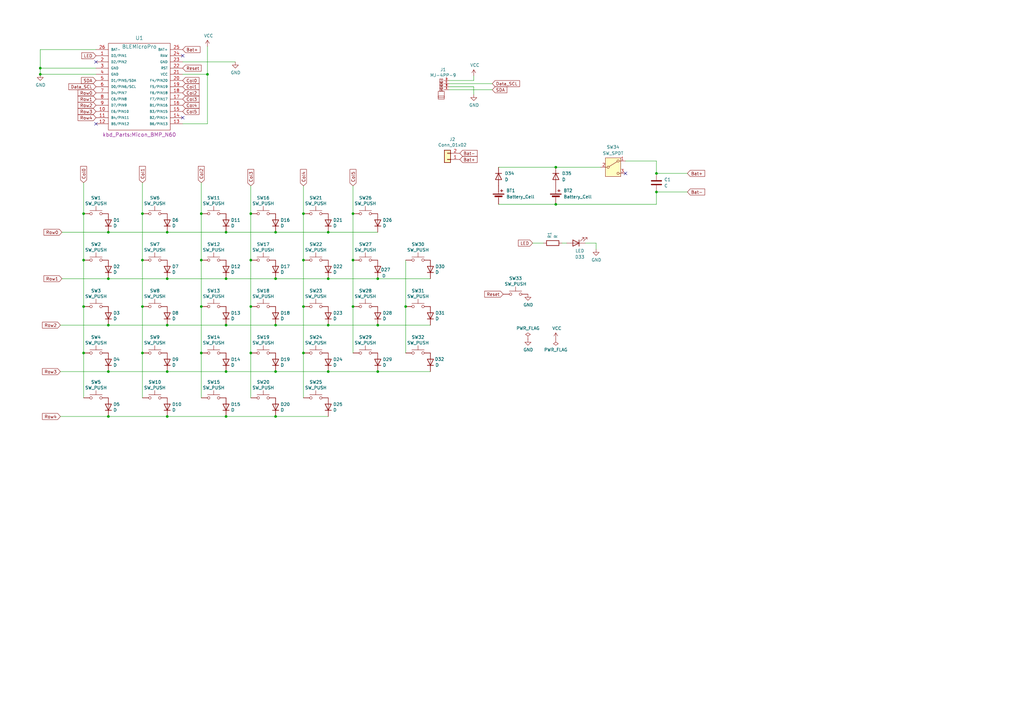
<source format=kicad_sch>
(kicad_sch (version 20250114) (generator "eeschema") (generator_version "9.0")
  (paper "A3")
  (lib_symbols
    (symbol "Connector_Generic:Conn_01x02" (pin_names (offset 1.016) (hide yes))
      (property "Reference" "J" (at 0 2.54 0))
      (property "Value" "Conn_01x02" (at 0 -5.08 0))
      (symbol "Conn_01x02_1_1"
        (rectangle (start -1.27 1.27) (end 1.27 -3.81) (stroke (width 0.254)) (fill (type background)))
        (rectangle (start -1.27 0.127) (end 0 -0.127) (stroke (width 0.1524)))
        (rectangle (start -1.27 -2.413) (end 0 -2.667) (stroke (width 0.1524)))
        (pin passive line (at -5.08 0 0) (length 3.81) (name "Pin_1") (number "1"))
        (pin passive line (at -5.08 -2.54 0) (length 3.81) (name "Pin_2") (number "2"))
      )
    )
    (symbol "D_1" (pin_numbers (hide yes)) (pin_names (offset 1.016) (hide yes))
      (property "Reference" "D" (at 0 2.54 0))
      (property "Value" "D" (at 0 -2.54 0))
      (symbol "D_1_0_1"
        (polyline (pts (xy -1.27 1.27) (xy -1.27 -1.27)) (stroke (width 0.254)))
        (polyline (pts (xy 1.27 1.27) (xy 1.27 -1.27) (xy -1.27 0) (xy 1.27 1.27)) (stroke (width 0.254)))
        (polyline (pts (xy 1.27 0) (xy -1.27 0)))
      )
      (symbol "D_1_1_1"
        (pin passive line (at -3.81 0 0) (length 2.54) (name "K") (number "1"))
        (pin passive line (at 3.81 0 180) (length 2.54) (name "A") (number "2"))
      )
    )
    (symbol "Device:Battery_Cell" (pin_numbers (hide yes)) (pin_names (offset 0) (hide yes))
      (property "Reference" "BT" (at 2.54 2.54 0))
      (property "Value" "Battery_Cell" (at 2.54 0 0))
      (symbol "Battery_Cell_0_1"
        (rectangle (start -2.286 1.778) (end 2.286 1.524) (fill (type outline)))
        (rectangle (start -1.524 1.016) (end 1.524 0.508) (fill (type outline)))
        (polyline (pts (xy 0 1.778) (xy 0 2.54)))
        (polyline (pts (xy 0 0.762) (xy 0 0)))
        (polyline (pts (xy 0.762 3.048) (xy 1.778 3.048)) (stroke (width 0.254)))
        (polyline (pts (xy 1.27 3.556) (xy 1.27 2.54)) (stroke (width 0.254)))
      )
      (symbol "Battery_Cell_1_1"
        (pin passive line (at 0 5.08 270) (length 2.54) (name "+") (number "1"))
        (pin passive line (at 0 -2.54 90) (length 2.54) (name "-") (number "2"))
      )
    )
    (symbol "Device:C" (pin_numbers (hide yes)) (pin_names (offset 0.254))
      (property "Reference" "C" (at 0.635 2.54 0))
      (property "Value" "C" (at 0.635 -2.54 0))
      (symbol "C_0_1"
        (polyline (pts (xy -2.032 0.762) (xy 2.032 0.762)) (stroke (width 0.508)))
        (polyline (pts (xy -2.032 -0.762) (xy 2.032 -0.762)) (stroke (width 0.508)))
      )
      (symbol "C_1_1"
        (pin passive line (at 0 3.81 270) (length 2.794) (name "~") (number "1"))
        (pin passive line (at 0 -3.81 90) (length 2.794) (name "~") (number "2"))
      )
    )
    (symbol "Device:D" (pin_numbers (hide yes)) (pin_names (offset 1.016) (hide yes))
      (property "Reference" "D" (at 0 2.54 0))
      (property "Value" "D" (at 0 -2.54 0))
      (symbol "D_0_1"
        (polyline (pts (xy -1.27 1.27) (xy -1.27 -1.27)) (stroke (width 0.254)))
        (polyline (pts (xy 1.27 1.27) (xy 1.27 -1.27) (xy -1.27 0) (xy 1.27 1.27)) (stroke (width 0.254)))
        (polyline (pts (xy 1.27 0) (xy -1.27 0)))
      )
      (symbol "D_1_1"
        (pin passive line (at -3.81 0 0) (length 2.54) (name "K") (number "1"))
        (pin passive line (at 3.81 0 180) (length 2.54) (name "A") (number "2"))
      )
    )
    (symbol "Device:LED" (pin_numbers (hide yes)) (pin_names (offset 1.016) (hide yes))
      (property "Reference" "D" (at 0 2.54 0))
      (property "Value" "LED" (at 0 -2.54 0))
      (symbol "LED_0_1"
        (polyline (pts (xy -3.048 -0.762) (xy -4.572 -2.286) (xy -3.81 -2.286) (xy -4.572 -2.286) (xy -4.572 -1.524)))
        (polyline (pts (xy -1.778 -0.762) (xy -3.302 -2.286) (xy -2.54 -2.286) (xy -3.302 -2.286) (xy -3.302 -1.524)))
        (polyline (pts (xy -1.27 0) (xy 1.27 0)))
        (polyline (pts (xy -1.27 -1.27) (xy -1.27 1.27)) (stroke (width 0.254)))
        (polyline (pts (xy 1.27 -1.27) (xy 1.27 1.27) (xy -1.27 0) (xy 1.27 -1.27)) (stroke (width 0.254)))
      )
      (symbol "LED_1_1"
        (pin passive line (at -3.81 0 0) (length 2.54) (name "K") (number "1"))
        (pin passive line (at 3.81 0 180) (length 2.54) (name "A") (number "2"))
      )
    )
    (symbol "Device:R" (pin_numbers (hide yes)) (pin_names (offset 0))
      (property "Reference" "R" (at 2.032 0 90))
      (property "Value" "R" (at 0 0 90))
      (symbol "R_0_1"
        (rectangle (start -1.016 -2.54) (end 1.016 2.54) (stroke (width 0.254)))
      )
      (symbol "R_1_1"
        (pin passive line (at 0 3.81 270) (length 1.27) (name "~") (number "1"))
        (pin passive line (at 0 -3.81 90) (length 1.27) (name "~") (number "2"))
      )
    )
    (symbol "Salicylic_kbd:Micon_BLEMicroPro" (pin_names (offset 1.016))
      (property "Reference" "U" (at 0 26.67 0))
      (property "Value" "Micon_BLEMicroPro" (at 0 -13.97 0))
      (symbol "Micon_BLEMicroPro_0_1"
        (rectangle (start 12.7 24.13) (end -12.7 -11.43))
      )
      (symbol "Micon_BLEMicroPro_1_1"
        (pin input line (at -17.78 21.59 0) (length 5.08) (name "BAT-") (number "26"))
        (pin bidirectional line (at -17.78 19.05 0) (length 5.08) (name "D3/PIN1") (number "1"))
        (pin bidirectional line (at -17.78 16.51 0) (length 5.08) (name "D2/PIN2") (number "2"))
        (pin power_in line (at -17.78 13.97 0) (length 5.08) (name "GND") (number "3"))
        (pin power_in line (at -17.78 11.43 0) (length 5.08) (name "GND") (number "4"))
        (pin bidirectional line (at -17.78 8.89 0) (length 5.08) (name "D1/PIN5/SDA") (number "5"))
        (pin bidirectional line (at -17.78 6.35 0) (length 5.08) (name "D0/PIN6/SCL") (number "6"))
        (pin bidirectional line (at -17.78 3.81 0) (length 5.08) (name "D4/PIN7") (number "7"))
        (pin bidirectional line (at -17.78 1.27 0) (length 5.08) (name "C6/PIN8") (number "8"))
        (pin bidirectional line (at -17.78 -1.27 0) (length 5.08) (name "D7/PIN9") (number "9"))
        (pin bidirectional line (at -17.78 -3.81 0) (length 5.08) (name "E6/PIN10") (number "10"))
        (pin bidirectional line (at -17.78 -6.35 0) (length 5.08) (name "B4/PIN11") (number "11"))
        (pin bidirectional line (at -17.78 -8.89 0) (length 5.08) (name "B5/PIN12") (number "12"))
        (pin input line (at 17.78 21.59 180) (length 5.08) (name "BAT+") (number "25"))
        (pin power_out line (at 17.78 19.05 180) (length 5.08) (name "RAW") (number "24"))
        (pin power_in line (at 17.78 16.51 180) (length 5.08) (name "GND") (number "23"))
        (pin input line (at 17.78 13.97 180) (length 5.08) (name "RST") (number "22"))
        (pin power_in line (at 17.78 11.43 180) (length 5.08) (name "VCC") (number "21"))
        (pin bidirectional line (at 17.78 8.89 180) (length 5.08) (name "F4/PIN20") (number "20"))
        (pin bidirectional line (at 17.78 6.35 180) (length 5.08) (name "F5/PIN19") (number "19"))
        (pin bidirectional line (at 17.78 3.81 180) (length 5.08) (name "F6/PIN18") (number "18"))
        (pin bidirectional line (at 17.78 1.27 180) (length 5.08) (name "F7/PIN17") (number "17"))
        (pin bidirectional line (at 17.78 -1.27 180) (length 5.08) (name "B1/PIN16") (number "16"))
        (pin bidirectional line (at 17.78 -3.81 180) (length 5.08) (name "B3/PIN15") (number "15"))
        (pin bidirectional line (at 17.78 -6.35 180) (length 5.08) (name "B2/PIN14") (number "14"))
        (pin bidirectional line (at 17.78 -8.89 180) (length 5.08) (name "B6/PIN13") (number "13"))
      )
    )
    (symbol "Salicylic_kbd:TRRS_MJ-4PP-9" (pin_names (offset 1.016))
      (property "Reference" "J" (at 0 5.08 0))
      (property "Value" "TRRS_MJ-4PP-9" (at 0 -6.985 0))
      (symbol "TRRS_MJ-4PP-9_0_0"
        (text "T" (at 0 2.54 0) (effects (font (size 0.6096 0.6096))))
        (text "R" (at 0 1.27 0) (effects (font (size 0.6096 0.6096))))
        (text "R" (at 0 0 0) (effects (font (size 0.6096 0.6096))))
        (text "S" (at 0 -1.27 0) (effects (font (size 0.6096 0.6096))))
      )
      (symbol "TRRS_MJ-4PP-9_0_1"
        (rectangle (start -1.27 -1.905) (end 1.27 -5.08))
        (rectangle (start -1.27 -3.81) (end 1.27 -4.445))
        (rectangle (start -0.635 3.175) (end 0.635 1.905))
        (rectangle (start -0.635 1.905) (end 0.635 0.635))
        (rectangle (start -0.635 0.635) (end 0.635 -0.635))
        (rectangle (start -0.635 -0.635) (end 0.635 -1.905))
      )
      (symbol "TRRS_MJ-4PP-9_1_1"
        (pin input line (at 3.175 2.54 180) (length 2.0066) (name "~") (number "D"))
        (pin input line (at 3.175 1.27 180) (length 2.0066) (name "~") (number "C"))
        (pin input line (at 3.175 0 180) (length 2.0066) (name "~") (number "B"))
        (pin input line (at 3.175 -1.27 180) (length 2.0066) (name "~") (number "A"))
      )
    )
    (symbol "Switch:SW_Push" (pin_numbers (hide yes)) (pin_names (offset 1.016) (hide yes))
      (property "Reference" "SW" (at 1.27 2.54 0))
      (property "Value" "SW_Push" (at 0 -1.524 0))
      (symbol "SW_Push_0_1"
        (circle (center -2.032 0) (radius 0.508))
        (polyline (pts (xy 0 1.27) (xy 0 3.048)))
        (circle (center 2.032 0) (radius 0.508))
        (polyline (pts (xy 2.54 1.27) (xy -2.54 1.27)))
        (pin passive line (at -5.08 0 0) (length 2.54) (name "1") (number "1"))
        (pin passive line (at 5.08 0 180) (length 2.54) (name "2") (number "2"))
      )
    )
    (symbol "Switch:SW_SPDT" (pin_names (offset 0) (hide yes))
      (property "Reference" "SW" (at 0 5.08 0))
      (property "Value" "SW_SPDT" (at 0 -5.08 0))
      (symbol "SW_SPDT_0_1"
        (circle (center -2.032 0) (radius 0.4572))
        (polyline (pts (xy -1.651 0.254) (xy 1.651 2.286)))
        (circle (center 2.032 2.54) (radius 0.4572))
        (circle (center 2.032 -2.54) (radius 0.4572))
      )
      (symbol "SW_SPDT_1_1"
        (rectangle (start -3.175 3.81) (end 3.175 -3.81) (fill (type background)))
        (pin passive line (at -5.08 0 0) (length 2.54) (name "B") (number "2"))
        (pin passive line (at 5.08 2.54 180) (length 2.54) (name "A") (number "1"))
        (pin passive line (at 5.08 -2.54 180) (length 2.54) (name "C") (number "3"))
      )
    )
    (symbol "power:GND" (power) (pin_names (offset 0))
      (property "Value" "GND" (at 0 -3.81 0))
      (symbol "GND_0_1"
        (polyline (pts (xy 0 0) (xy 0 -1.27) (xy 1.27 -1.27) (xy 0 -2.54) (xy -1.27 -1.27) (xy 0 -1.27)))
      )
      (symbol "GND_1_1"
        (pin power_in line (at 0 0 270) (length 0) (hide yes) (name "GND") (number "1"))
      )
    )
    (symbol "power:PWR_FLAG" (power) (pin_numbers (hide yes)) (pin_names (offset 0) (hide yes))
      (property "Value" "PWR_FLAG" (at 0 3.81 0))
      (symbol "PWR_FLAG_0_0"
        (pin power_out line (at 0 0 90) (length 0) (name "pwr") (number "1"))
      )
      (symbol "PWR_FLAG_0_1"
        (polyline (pts (xy 0 0) (xy 0 1.27) (xy -1.016 1.905) (xy 0 2.54) (xy 1.016 1.905) (xy 0 1.27)))
      )
    )
    (symbol "power:VCC" (power) (pin_names (offset 0))
      (property "Value" "VCC" (at 0 3.81 0))
      (symbol "VCC_0_1"
        (polyline (pts (xy -0.762 1.27) (xy 0 2.54)))
        (polyline (pts (xy 0 2.54) (xy 0.762 1.27)))
        (polyline (pts (xy 0 0) (xy 0 2.54)))
      )
      (symbol "VCC_1_1"
        (pin power_in line (at 0 0 90) (length 0) (hide yes) (name "VCC") (number "1"))
      )
    )
  )
  (junction (at 82.55 144.78))
  (junction (at 92.71 95.25))
  (junction (at 92.71 152.4))
  (junction (at 102.87 144.78))
  (junction (at 58.42 144.78))
  (junction (at 227.965 83.82))
  (junction (at 113.03 114.3))
  (junction (at 68.58 114.3))
  (junction (at 113.03 170.815))
  (junction (at 124.46 106.68))
  (junction (at 166.37 125.73))
  (junction (at 44.45 95.25))
  (junction (at 102.87 125.73))
  (junction (at 34.29 87.63))
  (junction (at 82.55 125.73))
  (junction (at 16.51 30.48))
  (junction (at 113.03 95.25))
  (junction (at 68.58 170.815))
  (junction (at 44.45 170.815))
  (junction (at 92.71 133.35))
  (junction (at 154.94 114.3))
  (junction (at 68.58 133.35))
  (junction (at 44.45 114.3))
  (junction (at 154.94 152.4))
  (junction (at 134.62 114.3))
  (junction (at 92.71 170.815))
  (junction (at 113.03 133.35))
  (junction (at 227.965 68.58))
  (junction (at 44.45 152.4))
  (junction (at 34.29 125.73))
  (junction (at 68.58 95.25))
  (junction (at 113.03 152.4))
  (junction (at 269.24 71.12))
  (junction (at 16.51 27.94))
  (junction (at 82.55 106.68))
  (junction (at 124.46 125.73))
  (junction (at 58.42 87.63))
  (junction (at 68.58 152.4))
  (junction (at 85.09 30.48))
  (junction (at 82.55 87.63))
  (junction (at 124.46 87.63))
  (junction (at 44.45 133.35))
  (junction (at 124.46 144.78))
  (junction (at 34.29 106.68))
  (junction (at 144.78 106.68))
  (junction (at 144.78 87.63))
  (junction (at 102.87 87.63))
  (junction (at 134.62 95.25))
  (junction (at 58.42 125.73))
  (junction (at 134.62 133.35))
  (junction (at 269.24 78.74))
  (junction (at 92.71 114.3))
  (junction (at 34.29 144.78))
  (junction (at 58.42 106.68))
  (junction (at 154.94 133.35))
  (junction (at 134.62 152.4))
  (junction (at 102.87 106.68))
  (junction (at 144.78 125.73))
  (no_connect (at 256.54 71.12))
  (no_connect (at 74.93 22.86))
  (no_connect (at 74.93 48.26))
  (no_connect (at 39.37 50.8))
  (no_connect (at 39.37 25.4))
  (wire (pts (xy 218.44 99.695) (xy 222.885 99.695)))
  (wire (pts (xy 154.94 114.3) (xy 176.53 114.3)))
  (wire (pts (xy 39.37 20.32) (xy 16.51 20.32)))
  (wire (pts (xy 34.29 87.63) (xy 34.29 106.68)))
  (wire (pts (xy 34.29 144.78) (xy 34.29 163.195)))
  (wire (pts (xy 82.55 125.73) (xy 82.55 144.78)))
  (wire (pts (xy 58.42 144.78) (xy 58.42 163.195)))
  (wire (pts (xy 82.55 144.78) (xy 82.55 163.195)))
  (wire (pts (xy 92.71 133.35) (xy 113.03 133.35)))
  (wire (pts (xy 44.45 152.4) (xy 68.58 152.4)))
  (wire (pts (xy 240.03 99.695) (xy 244.475 99.695)))
  (wire (pts (xy 58.42 74.93) (xy 58.42 87.63)))
  (wire (pts (xy 68.58 133.35) (xy 92.71 133.35)))
  (wire (pts (xy 92.71 170.815) (xy 113.03 170.815)))
  (wire (pts (xy 184.15 35.56) (xy 194.31 35.56)))
  (wire (pts (xy 134.62 114.3) (xy 154.94 114.3)))
  (wire (pts (xy 227.965 83.82) (xy 269.24 83.82)))
  (wire (pts (xy 134.62 152.4) (xy 154.94 152.4)))
  (wire (pts (xy 244.475 99.695) (xy 244.475 102.235)))
  (wire (pts (xy 92.71 95.25) (xy 113.03 95.25)))
  (wire (pts (xy 58.42 87.63) (xy 58.42 106.68)))
  (wire (pts (xy 92.71 114.3) (xy 113.03 114.3)))
  (wire (pts (xy 113.03 95.25) (xy 134.62 95.25)))
  (wire (pts (xy 24.765 133.35) (xy 44.45 133.35)))
  (wire (pts (xy 102.87 76.2) (xy 102.87 87.63)))
  (wire (pts (xy 34.29 125.73) (xy 34.29 144.78)))
  (wire (pts (xy 74.93 50.8) (xy 85.09 50.8)))
  (wire (pts (xy 144.78 76.2) (xy 144.78 87.63)))
  (wire (pts (xy 39.37 30.48) (xy 16.51 30.48)))
  (wire (pts (xy 34.29 106.68) (xy 34.29 125.73)))
  (wire (pts (xy 68.58 95.25) (xy 92.71 95.25)))
  (wire (pts (xy 194.31 35.56) (xy 194.31 38.735)))
  (wire (pts (xy 85.09 30.48) (xy 85.09 19.05)))
  (wire (pts (xy 34.29 74.93) (xy 34.29 87.63)))
  (wire (pts (xy 68.58 114.3) (xy 92.71 114.3)))
  (wire (pts (xy 82.55 106.68) (xy 82.55 125.73)))
  (wire (pts (xy 82.55 74.93) (xy 82.55 87.63)))
  (wire (pts (xy 113.03 152.4) (xy 134.62 152.4)))
  (wire (pts (xy 184.15 36.83) (xy 201.93 36.83)))
  (wire (pts (xy 227.965 68.58) (xy 246.38 68.58)))
  (wire (pts (xy 44.45 133.35) (xy 68.58 133.35)))
  (wire (pts (xy 102.87 87.63) (xy 102.87 106.68)))
  (wire (pts (xy 269.24 83.82) (xy 269.24 78.74)))
  (wire (pts (xy 113.03 114.3) (xy 134.62 114.3)))
  (wire (pts (xy 39.37 27.94) (xy 16.51 27.94)))
  (wire (pts (xy 256.54 66.04) (xy 269.24 66.04)))
  (wire (pts (xy 134.62 95.25) (xy 154.94 95.25)))
  (wire (pts (xy 24.765 152.4) (xy 44.45 152.4)))
  (wire (pts (xy 269.24 78.74) (xy 281.94 78.74)))
  (wire (pts (xy 166.37 106.68) (xy 166.37 125.73)))
  (wire (pts (xy 144.78 87.63) (xy 144.78 106.68)))
  (wire (pts (xy 58.42 125.73) (xy 58.42 144.78)))
  (wire (pts (xy 68.58 170.815) (xy 92.71 170.815)))
  (wire (pts (xy 44.45 170.815) (xy 68.58 170.815)))
  (wire (pts (xy 85.09 50.8) (xy 85.09 30.48)))
  (wire (pts (xy 68.58 152.4) (xy 92.71 152.4)))
  (wire (pts (xy 102.87 125.73) (xy 102.87 144.78)))
  (wire (pts (xy 16.51 27.94) (xy 16.51 30.48)))
  (wire (pts (xy 154.94 152.4) (xy 176.53 152.4)))
  (wire (pts (xy 58.42 106.68) (xy 58.42 125.73)))
  (wire (pts (xy 16.51 20.32) (xy 16.51 27.94)))
  (wire (pts (xy 24.765 170.815) (xy 44.45 170.815)))
  (wire (pts (xy 124.46 76.2) (xy 124.46 87.63)))
  (wire (pts (xy 102.87 144.78) (xy 102.87 163.195)))
  (wire (pts (xy 96.52 25.4) (xy 74.93 25.4)))
  (wire (pts (xy 124.46 106.68) (xy 124.46 125.73)))
  (wire (pts (xy 184.15 34.29) (xy 201.93 34.29)))
  (wire (pts (xy 230.505 99.695) (xy 232.41 99.695)))
  (wire (pts (xy 44.45 114.3) (xy 68.58 114.3)))
  (wire (pts (xy 124.46 87.63) (xy 124.46 106.68)))
  (wire (pts (xy 204.47 83.82) (xy 227.965 83.82)))
  (wire (pts (xy 184.15 33.02) (xy 194.31 33.02)))
  (wire (pts (xy 144.78 106.68) (xy 144.78 125.73)))
  (wire (pts (xy 176.53 133.35) (xy 154.94 133.35)))
  (wire (pts (xy 92.71 152.4) (xy 113.03 152.4)))
  (wire (pts (xy 194.31 33.02) (xy 194.31 31.115)))
  (wire (pts (xy 25.4 114.3) (xy 44.45 114.3)))
  (wire (pts (xy 166.37 125.73) (xy 166.37 144.78)))
  (wire (pts (xy 269.24 66.04) (xy 269.24 71.12)))
  (wire (pts (xy 204.47 68.58) (xy 227.965 68.58)))
  (wire (pts (xy 124.46 144.78) (xy 124.46 163.195)))
  (wire (pts (xy 102.87 106.68) (xy 102.87 125.73)))
  (wire (pts (xy 134.62 133.35) (xy 154.94 133.35)))
  (wire (pts (xy 269.24 71.12) (xy 281.94 71.12)))
  (wire (pts (xy 144.78 125.73) (xy 144.78 144.78)))
  (wire (pts (xy 74.93 30.48) (xy 85.09 30.48)))
  (wire (pts (xy 44.45 95.25) (xy 68.58 95.25)))
  (wire (pts (xy 25.4 95.25) (xy 44.45 95.25)))
  (wire (pts (xy 82.55 87.63) (xy 82.55 106.68)))
  (wire (pts (xy 113.03 170.815) (xy 134.62 170.815)))
  (wire (pts (xy 124.46 125.73) (xy 124.46 144.78)))
  (wire (pts (xy 113.03 133.35) (xy 134.62 133.35)))
  (global_label "Bat-" (shape input) (at 188.595 62.865 0) (property "Intersheetrefs" "${INTERSHEET_REFS}" (effects (hide yes))))
  (global_label "Bat+" (shape input) (at 188.595 65.405 0) (property "Intersheetrefs" "${INTERSHEET_REFS}" (effects (hide yes))))
  (global_label "SDA" (shape input) (at 39.37 33.02 180) (property "Intersheetrefs" "${INTERSHEET_REFS}" (effects (hide yes))))
  (global_label "Col0" (shape input) (at 74.93 33.02 0) (property "Intersheetrefs" "${INTERSHEET_REFS}" (effects (hide yes))))
  (global_label "Col2" (shape input) (at 82.55 74.93 90) (property "Intersheetrefs" "${INTERSHEET_REFS}" (effects (hide yes))))
  (global_label "Row4" (shape input) (at 39.37 48.26 180) (property "Intersheetrefs" "${INTERSHEET_REFS}" (effects (hide yes))))
  (global_label "Row1" (shape input) (at 25.4 114.3 180) (property "Intersheetrefs" "${INTERSHEET_REFS}" (effects (hide yes))))
  (global_label "Col2" (shape input) (at 74.93 38.1 0) (property "Intersheetrefs" "${INTERSHEET_REFS}" (effects (hide yes))))
  (global_label "Col0" (shape input) (at 34.29 74.93 90) (property "Intersheetrefs" "${INTERSHEET_REFS}" (effects (hide yes))))
  (global_label "Data_SCL" (shape input) (at 39.37 35.56 180) (property "Intersheetrefs" "${INTERSHEET_REFS}" (effects (hide yes))))
  (global_label "Row2" (shape input) (at 24.765 133.35 180) (property "Intersheetrefs" "${INTERSHEET_REFS}" (effects (hide yes))))
  (global_label "Reset" (shape input) (at 74.93 27.94 0) (property "Intersheetrefs" "${INTERSHEET_REFS}" (effects (hide yes))))
  (global_label "Bat+" (shape input) (at 281.94 71.12 0) (property "Intersheetrefs" "${INTERSHEET_REFS}" (effects (hide yes))))
  (global_label "SDA" (shape input) (at 201.93 36.83 0) (property "Intersheetrefs" "${INTERSHEET_REFS}" (effects (hide yes))))
  (global_label "Row0" (shape input) (at 25.4 95.25 180) (property "Intersheetrefs" "${INTERSHEET_REFS}" (effects (hide yes))))
  (global_label "Row3" (shape input) (at 39.37 45.72 180) (property "Intersheetrefs" "${INTERSHEET_REFS}" (effects (hide yes))))
  (global_label "Col3" (shape input) (at 102.87 76.2 90) (property "Intersheetrefs" "${INTERSHEET_REFS}" (effects (hide yes))))
  (global_label "Row0" (shape input) (at 39.37 38.1 180) (property "Intersheetrefs" "${INTERSHEET_REFS}" (effects (hide yes))))
  (global_label "Col1" (shape input) (at 58.42 74.93 90) (property "Intersheetrefs" "${INTERSHEET_REFS}" (effects (hide yes))))
  (global_label "Reset" (shape input) (at 206.375 120.65 180) (property "Intersheetrefs" "${INTERSHEET_REFS}" (effects (hide yes))))
  (global_label "LED" (shape input) (at 218.44 99.695 180) (property "Intersheetrefs" "${INTERSHEET_REFS}" (effects (hide yes))))
  (global_label "Col5" (shape input) (at 144.78 76.2 90) (property "Intersheetrefs" "${INTERSHEET_REFS}" (effects (hide yes))))
  (global_label "Col3" (shape input) (at 74.93 40.64 0) (property "Intersheetrefs" "${INTERSHEET_REFS}" (effects (hide yes))))
  (global_label "Col1" (shape input) (at 74.93 35.56 0) (property "Intersheetrefs" "${INTERSHEET_REFS}" (effects (hide yes))))
  (global_label "LED" (shape input) (at 39.37 22.86 180) (property "Intersheetrefs" "${INTERSHEET_REFS}" (effects (hide yes))))
  (global_label "Bat-" (shape input) (at 281.94 78.74 0) (property "Intersheetrefs" "${INTERSHEET_REFS}" (effects (hide yes))))
  (global_label "Col4" (shape input) (at 74.93 43.18 0) (property "Intersheetrefs" "${INTERSHEET_REFS}" (effects (hide yes))))
  (global_label "Row3" (shape input) (at 24.765 152.4 180) (property "Intersheetrefs" "${INTERSHEET_REFS}" (effects (hide yes))))
  (global_label "Col5" (shape input) (at 74.93 45.72 0) (property "Intersheetrefs" "${INTERSHEET_REFS}" (effects (hide yes))))
  (global_label "Row1" (shape input) (at 39.37 40.64 180) (property "Intersheetrefs" "${INTERSHEET_REFS}" (effects (hide yes))))
  (global_label "Row4" (shape input) (at 24.765 170.815 180) (property "Intersheetrefs" "${INTERSHEET_REFS}" (effects (hide yes))))
  (global_label "Bat+" (shape input) (at 74.93 20.32 0) (property "Intersheetrefs" "${INTERSHEET_REFS}" (effects (hide yes))))
  (global_label "Row2" (shape input) (at 39.37 43.18 180) (property "Intersheetrefs" "${INTERSHEET_REFS}" (effects (hide yes))))
  (global_label "Data_SCL" (shape input) (at 201.93 34.29 0) (property "Intersheetrefs" "${INTERSHEET_REFS}" (effects (hide yes))))
  (global_label "Col4" (shape input) (at 124.46 76.2 90) (property "Intersheetrefs" "${INTERSHEET_REFS}" (effects (hide yes))))
  (symbol (lib_id "Salicylic_kbd:Micon_BLEMicroPro") (at 57.15 41.91 0) (unit 1)
    (property "Reference" "U1" (at 57.15 15.5702 0) (effects (font (size 1.524 1.524))))
    (property "Value" "BLEMicroPro" (at 57.15 18.2626 0) (effects (font (size 1.524 1.524)) (justify top)))
    (property "Footprint" "kbd_Parts:Micon_BMP_N60" (at 57.15 55.245 0) (effects (font (size 1.524 1.524))))
  )
  (symbol (lib_id "power:GND") (at 96.52 25.4 0) (unit 1)
    (property "Reference" "#PWR03" (effects (hide yes)))
    (property "Value" "GND" (at 96.647 29.7942 0))
  )
  (symbol (lib_id "power:VCC") (at 85.09 19.05 0) (unit 1)
    (property "Reference" "#PWR02" (effects (hide yes)))
    (property "Value" "VCC" (at 85.5218 14.6558 0))
  )
  (symbol (lib_id "power:GND") (at 16.51 30.48 0) (unit 1)
    (property "Reference" "#PWR01" (effects (hide yes)))
    (property "Value" "GND" (at 16.637 34.8742 0))
  )
  (symbol (lib_id "Switch:SW_Push") (at 63.5 87.63 0) (unit 1)
    (property "Reference" "SW6" (at 63.5 81.153 0))
    (property "Value" "SW_PUSH" (at 63.5 83.4644 0))
    (property "Footprint" "kbd_SW_PCBA:Choc_v2_Hotswap_1u" (effects (hide yes)))
  )
  (symbol (lib_id "Switch:SW_Push") (at 39.37 87.63 0) (unit 1)
    (property "Reference" "SW1" (at 39.37 81.153 0))
    (property "Value" "SW_PUSH" (at 39.37 83.4644 0))
    (property "Footprint" "kbd_SW_PCBA:Choc_v2_Hotswap_1u" (effects (hide yes)))
  )
  (symbol (lib_id "Switch:SW_Push") (at 39.37 106.68 0) (unit 1)
    (property "Reference" "SW2" (at 39.37 100.203 0))
    (property "Value" "SW_PUSH" (at 39.37 102.5144 0))
    (property "Footprint" "kbd_SW_PCBA:Choc_v2_Hotswap_1u" (effects (hide yes)))
  )
  (symbol (lib_id "Switch:SW_Push") (at 63.5 106.68 0) (unit 1)
    (property "Reference" "SW7" (at 63.5 100.203 0))
    (property "Value" "SW_PUSH" (at 63.5 102.5144 0))
    (property "Footprint" "kbd_SW_PCBA:Choc_v2_Hotswap_1u" (effects (hide yes)))
  )
  (symbol (lib_id "Device:D") (at 44.45 91.44 90) (unit 1)
    (property "Reference" "D1" (at 46.4566 90.2716 90) (effects (justify right)))
    (property "Value" "D" (at 46.4566 92.583 90) (effects (justify right)))
    (property "Footprint" "kbd_Parts:Diode_SMD" (effects (hide yes)))
  )
  (symbol (lib_id "Device:D") (at 68.58 91.44 90) (unit 1)
    (property "Reference" "D6" (at 70.5866 90.2716 90) (effects (justify right)))
    (property "Value" "D" (at 70.5866 92.583 90) (effects (justify right)))
    (property "Footprint" "kbd_Parts:Diode_SMD" (effects (hide yes)))
  )
  (symbol (lib_id "Device:D") (at 68.58 110.49 90) (unit 1)
    (property "Reference" "D7" (at 70.5866 109.3216 90) (effects (justify right)))
    (property "Value" "D" (at 70.5866 111.633 90) (effects (justify right)))
    (property "Footprint" "kbd_Parts:Diode_SMD" (effects (hide yes)))
  )
  (symbol (lib_id "Device:D") (at 44.45 110.49 90) (unit 1)
    (property "Reference" "D2" (at 46.4566 109.3216 90) (effects (justify right)))
    (property "Value" "D" (at 46.4566 111.633 90) (effects (justify right)))
    (property "Footprint" "kbd_Parts:Diode_SMD" (effects (hide yes)))
  )
  (symbol (lib_id "Switch:SW_Push") (at 107.95 87.63 0) (unit 1)
    (property "Reference" "SW16" (at 107.95 81.153 0))
    (property "Value" "SW_PUSH" (at 107.95 83.4644 0))
    (property "Footprint" "kbd_SW_PCBA:Choc_v2_Hotswap_1u" (effects (hide yes)))
  )
  (symbol (lib_id "Switch:SW_Push") (at 129.54 87.63 0) (unit 1)
    (property "Reference" "SW21" (at 129.54 81.153 0))
    (property "Value" "SW_PUSH" (at 129.54 83.4644 0))
    (property "Footprint" "kbd_SW_PCBA:Choc_v2_Hotswap_1u" (effects (hide yes)))
  )
  (symbol (lib_id "Switch:SW_Push") (at 149.86 87.63 0) (unit 1)
    (property "Reference" "SW26" (at 149.86 81.153 0))
    (property "Value" "SW_PUSH" (at 149.86 83.4644 0))
    (property "Footprint" "kbd_SW_PCBA:Choc_v2_Hotswap_1u" (effects (hide yes)))
  )
  (symbol (lib_id "Switch:SW_Push") (at 87.63 87.63 0) (unit 1)
    (property "Reference" "SW11" (at 87.63 81.153 0))
    (property "Value" "SW_PUSH" (at 87.63 83.4644 0))
    (property "Footprint" "kbd_SW_PCBA:Choc_v2_Hotswap_1u" (effects (hide yes)))
  )
  (symbol (lib_id "Switch:SW_Push") (at 107.95 125.73 0) (unit 1)
    (property "Reference" "SW18" (at 107.95 119.253 0))
    (property "Value" "SW_PUSH" (at 107.95 121.5644 0))
    (property "Footprint" "kbd_SW_PCBA:Choc_v2_Hotswap_1u" (effects (hide yes)))
  )
  (symbol (lib_id "Switch:SW_Push") (at 107.95 106.68 0) (unit 1)
    (property "Reference" "SW17" (at 107.95 100.203 0))
    (property "Value" "SW_PUSH" (at 107.95 102.5144 0))
    (property "Footprint" "kbd_SW_PCBA:Choc_v2_Hotswap_1u" (effects (hide yes)))
  )
  (symbol (lib_id "Switch:SW_Push") (at 129.54 106.68 0) (unit 1)
    (property "Reference" "SW22" (at 129.54 100.203 0))
    (property "Value" "SW_PUSH" (at 129.54 102.5144 0))
    (property "Footprint" "kbd_SW_PCBA:Choc_v2_Hotswap_1u" (effects (hide yes)))
  )
  (symbol (lib_id "Switch:SW_Push") (at 149.86 106.68 0) (unit 1)
    (property "Reference" "SW27" (at 149.86 100.203 0))
    (property "Value" "SW_PUSH" (at 149.86 102.5144 0))
    (property "Footprint" "kbd_SW_PCBA:Choc_v2_Hotswap_1u" (effects (hide yes)))
  )
  (symbol (lib_id "Switch:SW_Push") (at 87.63 106.68 0) (unit 1)
    (property "Reference" "SW12" (at 87.63 100.203 0))
    (property "Value" "SW_PUSH" (at 87.63 102.5144 0))
    (property "Footprint" "kbd_SW_PCBA:Choc_v2_Hotswap_1u" (effects (hide yes)))
  )
  (symbol (lib_id "Switch:SW_Push") (at 39.37 125.73 0) (unit 1)
    (property "Reference" "SW3" (at 39.37 119.253 0))
    (property "Value" "SW_PUSH" (at 39.37 121.5644 0))
    (property "Footprint" "kbd_SW_PCBA:Choc_v2_Hotswap_1.25u" (effects (hide yes)))
  )
  (symbol (lib_id "Switch:SW_Push") (at 39.37 144.78 0) (unit 1)
    (property "Reference" "SW4" (at 39.37 138.303 0))
    (property "Value" "SW_PUSH" (at 39.37 140.6144 0))
    (property "Footprint" "kbd_SW_PCBA:Choc_v2_Hotswap_1.5u" (effects (hide yes)))
  )
  (symbol (lib_id "Switch:SW_Push") (at 63.5 125.73 0) (unit 1)
    (property "Reference" "SW8" (at 63.5 119.253 0))
    (property "Value" "SW_PUSH" (at 63.5 121.5644 0))
    (property "Footprint" "kbd_SW_PCBA:Choc_v2_Hotswap_1u" (effects (hide yes)))
  )
  (symbol (lib_id "Switch:SW_Push") (at 63.5 144.78 0) (unit 1)
    (property "Reference" "SW9" (at 63.5 138.303 0))
    (property "Value" "SW_PUSH" (at 63.5 140.6144 0))
    (property "Footprint" "kbd_SW_PCBA:Choc_v2_Hotswap_1u" (effects (hide yes)))
  )
  (symbol (lib_id "Switch:SW_Push") (at 87.63 125.73 0) (unit 1)
    (property "Reference" "SW13" (at 87.63 119.253 0))
    (property "Value" "SW_PUSH" (at 87.63 121.5644 0))
    (property "Footprint" "kbd_SW_PCBA:Choc_v2_Hotswap_1u" (effects (hide yes)))
  )
  (symbol (lib_id "Switch:SW_Push") (at 87.63 144.78 0) (unit 1)
    (property "Reference" "SW14" (at 87.63 138.303 0))
    (property "Value" "SW_PUSH" (at 87.63 140.6144 0))
    (property "Footprint" "kbd_SW_PCBA:Choc_v2_Hotswap_1u" (effects (hide yes)))
  )
  (symbol (lib_id "Switch:SW_Push") (at 107.95 144.78 0) (unit 1)
    (property "Reference" "SW19" (at 107.95 138.303 0))
    (property "Value" "SW_PUSH" (at 107.95 140.6144 0))
    (property "Footprint" "kbd_SW_PCBA:Choc_v2_Hotswap_1u" (effects (hide yes)))
  )
  (symbol (lib_id "Switch:SW_Push") (at 129.54 144.78 0) (unit 1)
    (property "Reference" "SW24" (at 129.54 138.303 0))
    (property "Value" "SW_PUSH" (at 129.54 140.6144 0))
    (property "Footprint" "kbd_SW_PCBA:Choc_v2_Hotswap_1u" (effects (hide yes)))
  )
  (symbol (lib_id "Switch:SW_Push") (at 149.86 144.78 0) (unit 1)
    (property "Reference" "SW29" (at 149.86 138.303 0))
    (property "Value" "SW_PUSH" (at 149.86 140.6144 0))
    (property "Footprint" "kbd_SW_PCBA:Choc_v2_Hotswap_1u" (effects (hide yes)))
  )
  (symbol (lib_id "Switch:SW_Push") (at 129.54 125.73 0) (unit 1)
    (property "Reference" "SW23" (at 129.54 119.253 0))
    (property "Value" "SW_PUSH" (at 129.54 121.5644 0))
    (property "Footprint" "kbd_SW_PCBA:Choc_v2_Hotswap_1u" (effects (hide yes)))
  )
  (symbol (lib_id "Switch:SW_Push") (at 149.86 125.73 0) (unit 1)
    (property "Reference" "SW28" (at 149.86 119.253 0))
    (property "Value" "SW_PUSH" (at 149.86 121.5644 0))
    (property "Footprint" "kbd_SW_PCBA:Choc_v2_Hotswap_1u" (effects (hide yes)))
  )
  (symbol (lib_id "Device:D") (at 92.71 91.44 90) (unit 1)
    (property "Reference" "D11" (at 94.7166 90.2716 90) (effects (justify right)))
    (property "Value" "D" (at 94.7166 92.583 90) (effects (justify right)))
    (property "Footprint" "kbd_Parts:Diode_SMD" (effects (hide yes)))
  )
  (symbol (lib_id "Device:D") (at 113.03 91.44 90) (unit 1)
    (property "Reference" "D16" (at 115.0366 90.2716 90) (effects (justify right)))
    (property "Value" "D" (at 115.0366 92.583 90) (effects (justify right)))
    (property "Footprint" "kbd_Parts:Diode_SMD" (effects (hide yes)))
  )
  (symbol (lib_id "Device:D") (at 134.62 91.44 90) (unit 1)
    (property "Reference" "D21" (at 136.6266 90.2716 90) (effects (justify right)))
    (property "Value" "D" (at 136.6266 92.583 90) (effects (justify right)))
    (property "Footprint" "kbd_Parts:Diode_SMD" (effects (hide yes)))
  )
  (symbol (lib_id "Device:D") (at 154.94 91.44 90) (unit 1)
    (property "Reference" "D26" (at 156.9466 90.2716 90) (effects (justify right)))
    (property "Value" "D" (at 156.9466 92.583 90) (effects (justify right)))
    (property "Footprint" "kbd_Parts:Diode_SMD" (effects (hide yes)))
  )
  (symbol (lib_id "Device:D") (at 154.94 110.49 90) (unit 1)
    (property "Reference" "D27" (at 156.21 110.617 90) (effects (justify right)))
    (property "Value" "D" (at 156.718 113.157 90) (effects (justify right)))
    (property "Footprint" "kbd_Parts:Diode_SMD" (effects (hide yes)))
  )
  (symbol (lib_id "Device:D") (at 154.94 129.54 90) (unit 1)
    (property "Reference" "D28" (at 156.9466 128.3716 90) (effects (justify right)))
    (property "Value" "D" (at 156.9466 130.683 90) (effects (justify right)))
    (property "Footprint" "kbd_Parts:Diode_SMD" (effects (hide yes)))
  )
  (symbol (lib_id "Device:D") (at 154.94 148.59 90) (unit 1)
    (property "Reference" "D29" (at 156.9466 147.4216 90) (effects (justify right)))
    (property "Value" "D" (at 156.9466 149.733 90) (effects (justify right)))
    (property "Footprint" "kbd_Parts:Diode_SMD" (effects (hide yes)))
  )
  (symbol (lib_id "Device:D") (at 134.62 148.59 90) (unit 1)
    (property "Reference" "D24" (at 136.6266 147.4216 90) (effects (justify right)))
    (property "Value" "D" (at 136.6266 149.733 90) (effects (justify right)))
    (property "Footprint" "kbd_Parts:Diode_SMD" (effects (hide yes)))
  )
  (symbol (lib_id "Device:D") (at 134.62 129.54 90) (unit 1)
    (property "Reference" "D23" (at 136.6266 128.3716 90) (effects (justify right)))
    (property "Value" "D" (at 136.6266 130.683 90) (effects (justify right)))
    (property "Footprint" "kbd_Parts:Diode_SMD" (effects (hide yes)))
  )
  (symbol (lib_id "Device:D") (at 134.62 110.49 90) (unit 1)
    (property "Reference" "D22" (at 136.6266 109.3216 90) (effects (justify right)))
    (property "Value" "D" (at 136.6266 111.633 90) (effects (justify right)))
    (property "Footprint" "kbd_Parts:Diode_SMD" (effects (hide yes)))
  )
  (symbol (lib_id "Device:D") (at 113.03 110.49 90) (unit 1)
    (property "Reference" "D17" (at 115.0366 109.3216 90) (effects (justify right)))
    (property "Value" "D" (at 115.0366 111.633 90) (effects (justify right)))
    (property "Footprint" "kbd_Parts:Diode_SMD" (effects (hide yes)))
  )
  (symbol (lib_id "Device:D") (at 92.71 110.49 90) (unit 1)
    (property "Reference" "D12" (at 94.7166 109.3216 90) (effects (justify right)))
    (property "Value" "D" (at 94.7166 111.633 90) (effects (justify right)))
    (property "Footprint" "kbd_Parts:Diode_SMD" (effects (hide yes)))
  )
  (symbol (lib_id "Device:D") (at 92.71 129.54 90) (unit 1)
    (property "Reference" "D13" (at 94.7166 128.3716 90) (effects (justify right)))
    (property "Value" "D" (at 94.7166 130.683 90) (effects (justify right)))
    (property "Footprint" "kbd_Parts:Diode_SMD" (effects (hide yes)))
  )
  (symbol (lib_id "Device:D") (at 113.03 129.54 90) (unit 1)
    (property "Reference" "D18" (at 115.0366 128.3716 90) (effects (justify right)))
    (property "Value" "D" (at 115.0366 130.683 90) (effects (justify right)))
    (property "Footprint" "kbd_Parts:Diode_SMD" (effects (hide yes)))
  )
  (symbol (lib_id "Device:D") (at 113.03 148.59 90) (unit 1)
    (property "Reference" "D19" (at 115.0366 147.4216 90) (effects (justify right)))
    (property "Value" "D" (at 115.0366 149.733 90) (effects (justify right)))
    (property "Footprint" "kbd_Parts:Diode_SMD" (effects (hide yes)))
  )
  (symbol (lib_id "Device:D") (at 92.71 148.59 90) (unit 1)
    (property "Reference" "D14" (at 94.7166 147.4216 90) (effects (justify right)))
    (property "Value" "D" (at 94.7166 149.733 90) (effects (justify right)))
    (property "Footprint" "kbd_Parts:Diode_SMD" (effects (hide yes)))
  )
  (symbol (lib_id "Device:D") (at 68.58 148.59 90) (unit 1)
    (property "Reference" "D9" (at 70.5866 147.4216 90) (effects (justify right)))
    (property "Value" "D" (at 70.5866 149.733 90) (effects (justify right)))
    (property "Footprint" "kbd_Parts:Diode_SMD" (effects (hide yes)))
  )
  (symbol (lib_id "Device:D") (at 68.58 129.54 90) (unit 1)
    (property "Reference" "D8" (at 70.5866 128.3716 90) (effects (justify right)))
    (property "Value" "D" (at 70.5866 130.683 90) (effects (justify right)))
    (property "Footprint" "kbd_Parts:Diode_SMD" (effects (hide yes)))
  )
  (symbol (lib_id "Device:D") (at 44.45 129.54 90) (unit 1)
    (property "Reference" "D3" (at 46.4566 128.3716 90) (effects (justify right)))
    (property "Value" "D" (at 46.4566 130.683 90) (effects (justify right)))
    (property "Footprint" "kbd_Parts:Diode_SMD" (effects (hide yes)))
  )
  (symbol (lib_id "Device:D") (at 44.45 148.59 90) (unit 1)
    (property "Reference" "D4" (at 46.4566 147.4216 90) (effects (justify right)))
    (property "Value" "D" (at 46.4566 149.733 90) (effects (justify right)))
    (property "Footprint" "kbd_Parts:Diode_SMD" (effects (hide yes)))
  )
  (symbol (lib_id "Switch:SW_Push") (at 63.5 163.195 0) (unit 1)
    (property "Reference" "SW10" (at 63.5 156.718 0))
    (property "Value" "SW_PUSH" (at 63.5 159.0294 0))
    (property "Footprint" "kbd_SW_PCBA:Choc_v2_Hotswap_1u" (effects (hide yes)))
  )
  (symbol (lib_id "Switch:SW_Push") (at 87.63 163.195 0) (unit 1)
    (property "Reference" "SW15" (at 87.63 156.718 0))
    (property "Value" "SW_PUSH" (at 87.63 159.0294 0))
    (property "Footprint" "kbd_SW_PCBA:Choc_v2_Hotswap_1u" (effects (hide yes)))
  )
  (symbol (lib_id "Switch:SW_Push") (at 129.54 163.195 0) (unit 1)
    (property "Reference" "SW25" (at 129.54 156.718 0))
    (property "Value" "SW_PUSH" (at 129.54 159.0294 0))
    (property "Footprint" "kbd_SW_PCBA:Choc_v2_Hotswap_1u" (effects (hide yes)))
  )
  (symbol (lib_id "Device:D") (at 68.58 167.005 90) (unit 1)
    (property "Reference" "D10" (at 70.5866 165.8366 90) (effects (justify right)))
    (property "Value" "D" (at 70.5866 168.148 90) (effects (justify right)))
    (property "Footprint" "kbd_Parts:Diode_SMD" (effects (hide yes)))
  )
  (symbol (lib_id "Device:D") (at 92.71 167.005 90) (unit 1)
    (property "Reference" "D15" (at 94.7166 165.8366 90) (effects (justify right)))
    (property "Value" "D" (at 94.7166 168.148 90) (effects (justify right)))
    (property "Footprint" "kbd_Parts:Diode_SMD" (effects (hide yes)))
  )
  (symbol (lib_id "Device:D") (at 134.62 167.005 90) (unit 1)
    (property "Reference" "D25" (at 136.6266 165.8366 90) (effects (justify right)))
    (property "Value" "D" (at 136.6266 168.148 90) (effects (justify right)))
    (property "Footprint" "kbd_Parts:Diode_SMD" (effects (hide yes)))
  )
  (symbol (lib_id "Salicylic_kbd:TRRS_MJ-4PP-9") (at 180.975 35.56 0) (unit 1)
    (property "Reference" "J1" (at 181.737 28.5496 0))
    (property "Value" "MJ-4PP-9" (at 181.737 30.861 0))
    (property "Footprint" "kbd_Parts:TRRS_MJ-4PP-9" (effects (hide yes)))
  )
  (symbol (lib_id "power:VCC") (at 194.31 31.115 0) (unit 1)
    (property "Reference" "#PWR05" (effects (hide yes)))
    (property "Value" "VCC" (at 194.7418 26.7208 0))
  )
  (symbol (lib_id "power:GND") (at 194.31 38.735 0) (unit 1)
    (property "Reference" "#PWR06" (effects (hide yes)))
    (property "Value" "GND" (at 194.437 43.1292 0))
  )
  (symbol (lib_id "power:PWR_FLAG") (at 216.535 139.065 0) (unit 1)
    (property "Reference" "#FLG01" (effects (hide yes)))
    (property "Value" "PWR_FLAG" (at 216.535 134.6454 0))
  )
  (symbol (lib_id "power:PWR_FLAG") (at 227.965 139.065 180) (unit 1)
    (property "Reference" "#FLG02" (effects (hide yes)))
    (property "Value" "PWR_FLAG" (at 227.965 143.4592 0))
  )
  (symbol (lib_id "power:GND") (at 216.535 139.065 0) (unit 1)
    (property "Reference" "#PWR08" (effects (hide yes)))
    (property "Value" "GND" (at 216.662 143.4592 0))
  )
  (symbol (lib_id "power:VCC") (at 227.965 139.065 0) (unit 1)
    (property "Reference" "#PWR09" (effects (hide yes)))
    (property "Value" "VCC" (at 228.3968 134.6708 0))
  )
  (symbol (lib_id "Connector_Generic:Conn_01x02") (at 183.515 65.405 180) (unit 1)
    (property "Reference" "J2" (at 185.547 57.15 0))
    (property "Value" "Conn_01x02" (at 185.547 59.4614 0))
    (property "Footprint" "kbd_Parts:Battery_BMP_2pin" (effects (hide yes)))
  )
  (symbol (lib_id "Switch:SW_Push") (at 107.95 163.195 0) (unit 1)
    (property "Reference" "SW20" (at 107.95 156.718 0))
    (property "Value" "SW_PUSH" (at 107.95 159.0294 0))
    (property "Footprint" "kbd_SW_PCBA:Choc_v2_Hotswap_1u" (effects (hide yes)))
  )
  (symbol (lib_id "Device:D") (at 113.03 167.005 90) (unit 1)
    (property "Reference" "D20" (at 115.0366 165.8366 90) (effects (justify right)))
    (property "Value" "D" (at 115.0366 168.148 90) (effects (justify right)))
    (property "Footprint" "kbd_Parts:Diode_SMD" (effects (hide yes)))
  )
  (symbol (lib_id "Switch:SW_Push") (at 211.455 120.65 0) (unit 1)
    (property "Reference" "SW33" (at 211.455 114.173 0))
    (property "Value" "SW_PUSH" (at 211.455 116.4844 0))
    (property "Footprint" "kbd_Parts:ResetSW" (effects (hide yes)))
  )
  (symbol (lib_id "power:GND") (at 216.535 120.65 0) (unit 1)
    (property "Reference" "#PWR07" (effects (hide yes)))
    (property "Value" "GND" (at 216.662 125.0442 0))
  )
  (symbol (lib_id "Device:Battery_Cell") (at 204.47 81.28 0) (unit 1)
    (property "Reference" "BT1" (at 207.645 78.1684 0) (effects (justify left)))
    (property "Value" "Battery_Cell" (at 207.645 80.7084 0) (effects (justify left)))
    (property "Footprint" "kbd_Parts:Battery_ali_CR1632" (effects (hide yes)))
    (property "Description" "Single-cell battery" (effects (hide yes)))
  )
  (symbol (lib_id "Switch:SW_SPDT") (at 251.46 68.58 0) (unit 1)
    (property "Reference" "SW34" (at 251.46 60.325 0))
    (property "Value" "SW_SPDT" (at 251.46 62.865 0))
    (property "Footprint" "kbd_Parts:TGSW_MSK-12D19" (effects (hide yes)))
    (property "Description" "Switch, single pole double throw" (effects (hide yes)))
  )
  (symbol (lib_id "Device:D") (at 176.53 110.49 90) (unit 1)
    (property "Reference" "D30" (at 178.5366 109.3216 90) (effects (justify right)))
    (property "Value" "D" (at 178.5366 111.633 90) (effects (justify right)))
    (property "Footprint" "kbd_Parts:Diode_SMD" (effects (hide yes)))
  )
  (symbol (lib_id "Switch:SW_Push") (at 171.45 144.78 0) (unit 1)
    (property "Reference" "SW32" (at 171.45 138.303 0))
    (property "Value" "SW_PUSH" (at 171.45 140.6144 0))
    (property "Footprint" "kbd_SW_PCBA:Choc_v2_Hotswap_1u" (effects (hide yes)))
  )
  (symbol (lib_name "D_1") (lib_id "Device:D") (at 227.965 72.39 270) (unit 1)
    (property "Reference" "D35" (at 230.505 71.1199 90) (effects (justify left)))
    (property "Value" "D" (at 230.505 73.6599 90) (effects (justify left)))
    (property "Footprint" "kbd_Parts:Diode_SMD" (effects (hide yes)))
    (property "Description" "Diode" (effects (hide yes)))
    (property "Sim.Device" "D" (effects (hide yes)))
    (property "Sim.Pins" "1=K 2=A" (effects (hide yes)))
  )
  (symbol (lib_id "Device:D") (at 44.45 167.005 90) (unit 1)
    (property "Reference" "D5" (at 46.4566 165.8366 90) (effects (justify right)))
    (property "Value" "D" (at 46.4566 168.148 90) (effects (justify right)))
    (property "Footprint" "kbd_Parts:Diode_SMD" (effects (hide yes)))
  )
  (symbol (lib_id "Device:LED") (at 236.22 99.695 180) (unit 1)
    (property "Reference" "D33" (at 237.8075 105.41 0))
    (property "Value" "LED" (at 237.8075 102.87 0))
    (property "Footprint" "LED_SMD:LED_0603_1608Metric" (effects (hide yes)))
    (property "Description" "Light emitting diode" (effects (hide yes)))
    (property "Sim.Pins" "1=K 2=A" (effects (hide yes)))
  )
  (symbol (lib_id "power:GND") (at 244.475 102.235 0) (unit 1)
    (property "Reference" "#PWR010" (effects (hide yes)))
    (property "Value" "GND" (at 244.602 106.6292 0))
  )
  (symbol (lib_id "Device:D") (at 176.53 129.54 90) (unit 1)
    (property "Reference" "D31" (at 178.5366 128.3716 90) (effects (justify right)))
    (property "Value" "D" (at 178.5366 130.683 90) (effects (justify right)))
    (property "Footprint" "kbd_Parts:Diode_SMD" (effects (hide yes)))
  )
  (symbol (lib_id "Device:R") (at 226.695 99.695 90) (unit 1)
    (property "Reference" "R1" (at 225.4249 97.79 0) (effects (justify left)))
    (property "Value" "R" (at 227.9649 97.79 0) (effects (justify left)))
    (property "Footprint" "Resistor_SMD:R_0603_1608Metric" (effects (hide yes)))
    (property "Description" "Resistor" (effects (hide yes)))
  )
  (symbol (lib_id "Switch:SW_Push") (at 39.37 163.195 0) (unit 1)
    (property "Reference" "SW5" (at 39.37 156.718 0))
    (property "Value" "SW_PUSH" (at 39.37 159.0294 0))
    (property "Footprint" "kbd_SW_PCBA:Choc_v2_Hotswap_1u" (effects (hide yes)))
  )
  (symbol (lib_id "Device:D") (at 176.53 148.59 90) (unit 1)
    (property "Reference" "D32" (at 178.308 147.32 90) (effects (justify right)))
    (property "Value" "D" (at 178.5366 149.733 90) (effects (justify right)))
    (property "Footprint" "kbd_Parts:Diode_SMD" (effects (hide yes)))
  )
  (symbol (lib_name "D_1") (lib_id "Device:D") (at 204.47 72.39 270) (unit 1)
    (property "Reference" "D34" (at 207.01 71.1199 90) (effects (justify left)))
    (property "Value" "D" (at 207.01 73.6599 90) (effects (justify left)))
    (property "Footprint" "kbd_Parts:Diode_SMD" (effects (hide yes)))
    (property "Description" "Diode" (effects (hide yes)))
    (property "Sim.Device" "D" (effects (hide yes)))
    (property "Sim.Pins" "1=K 2=A" (effects (hide yes)))
  )
  (symbol (lib_id "Device:C") (at 269.24 74.93 0) (unit 1)
    (property "Reference" "C1" (at 272.415 73.6599 0) (effects (justify left)))
    (property "Value" "C" (at 272.415 76.1999 0) (effects (justify left)))
    (property "Footprint" "kbd_Parts:Capacitor_1206" (effects (hide yes)))
    (property "Description" "Unpolarized capacitor" (effects (hide yes)))
  )
  (symbol (lib_id "Device:Battery_Cell") (at 227.965 81.28 0) (unit 1)
    (property "Reference" "BT2" (at 231.14 78.1684 0) (effects (justify left)))
    (property "Value" "Battery_Cell" (at 231.14 80.7084 0) (effects (justify left)))
    (property "Footprint" "kbd_Parts:Battery_ali_CR1632" (effects (hide yes)))
    (property "Description" "Single-cell battery" (effects (hide yes)))
  )
  (symbol (lib_id "Switch:SW_Push") (at 171.45 125.73 0) (unit 1)
    (property "Reference" "SW31" (at 171.45 119.253 0))
    (property "Value" "SW_PUSH" (at 171.45 121.5644 0))
    (property "Footprint" "kbd_SW_PCBA:Choc_v2_Hotswap_1u" (effects (hide yes)))
  )
  (symbol (lib_id "Switch:SW_Push") (at 171.45 106.68 0) (unit 1)
    (property "Reference" "SW30" (at 171.45 100.203 0))
    (property "Value" "SW_PUSH" (at 171.45 102.5144 0))
    (property "Footprint" "kbd_SW_PCBA:Choc_v2_Hotswap_1u" (effects (hide yes)))
  )
)
</source>
